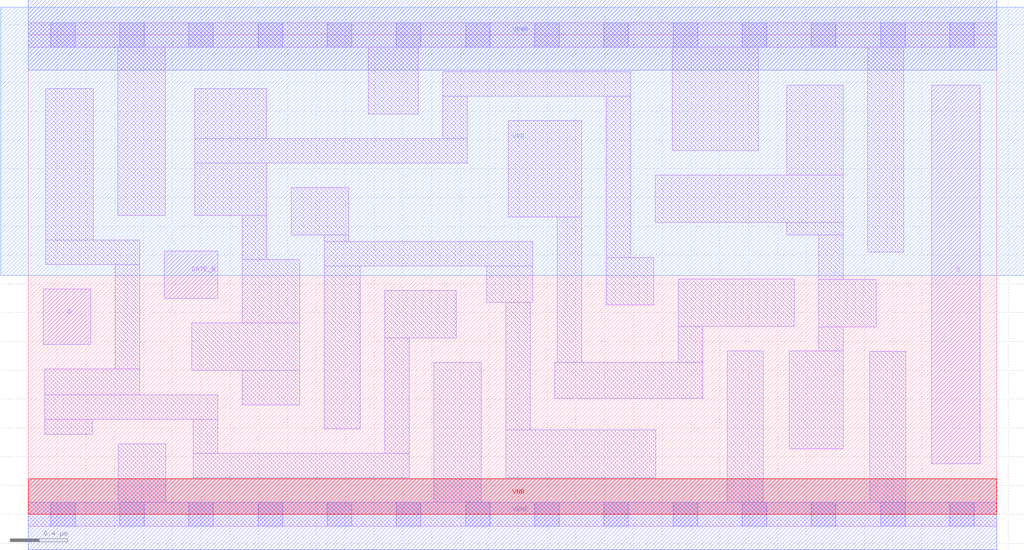
<source format=lef>
# Copyright 2020 The SkyWater PDK Authors
#
# Licensed under the Apache License, Version 2.0 (the "License");
# you may not use this file except in compliance with the License.
# You may obtain a copy of the License at
#
#     https://www.apache.org/licenses/LICENSE-2.0
#
# Unless required by applicable law or agreed to in writing, software
# distributed under the License is distributed on an "AS IS" BASIS,
# WITHOUT WARRANTIES OR CONDITIONS OF ANY KIND, either express or implied.
# See the License for the specific language governing permissions and
# limitations under the License.
#
# SPDX-License-Identifier: Apache-2.0

VERSION 5.7 ;
  NOWIREEXTENSIONATPIN ON ;
  DIVIDERCHAR "/" ;
  BUSBITCHARS "[]" ;
MACRO sky130_fd_sc_ms__dlxtn_1
  CLASS CORE ;
  FOREIGN sky130_fd_sc_ms__dlxtn_1 ;
  ORIGIN  0.000000  0.000000 ;
  SIZE  6.720000 BY  3.330000 ;
  SYMMETRY X Y ;
  SITE unit ;
  PIN D
    ANTENNAGATEAREA  0.233700 ;
    DIRECTION INPUT ;
    USE SIGNAL ;
    PORT
      LAYER li1 ;
        RECT 0.105000 1.180000 0.435000 1.565000 ;
    END
  END D
  PIN Q
    ANTENNADIFFAREA  0.528200 ;
    DIRECTION OUTPUT ;
    USE SIGNAL ;
    PORT
      LAYER li1 ;
        RECT 6.270000 0.350000 6.605000 2.980000 ;
    END
  END Q
  PIN GATE_N
    ANTENNAGATEAREA  0.262200 ;
    DIRECTION INPUT ;
    USE CLOCK ;
    PORT
      LAYER li1 ;
        RECT 0.945000 1.500000 1.315000 1.830000 ;
    END
  END GATE_N
  PIN VGND
    DIRECTION INOUT ;
    USE GROUND ;
    PORT
      LAYER met1 ;
        RECT 0.000000 -0.245000 6.720000 0.245000 ;
    END
  END VGND
  PIN VNB
    DIRECTION INOUT ;
    USE GROUND ;
    PORT
      LAYER pwell ;
        RECT 0.000000 0.000000 6.720000 0.245000 ;
    END
  END VNB
  PIN VPB
    DIRECTION INOUT ;
    USE POWER ;
    PORT
      LAYER nwell ;
        RECT -0.190000 1.660000 6.910000 3.520000 ;
    END
  END VPB
  PIN VPWR
    DIRECTION INOUT ;
    USE POWER ;
    PORT
      LAYER met1 ;
        RECT 0.000000 3.085000 6.720000 3.575000 ;
    END
  END VPWR
  OBS
    LAYER li1 ;
      RECT 0.000000 -0.085000 6.720000 0.085000 ;
      RECT 0.000000  3.245000 6.720000 3.415000 ;
      RECT 0.115000  0.555000 0.445000 0.660000 ;
      RECT 0.115000  0.660000 1.315000 0.830000 ;
      RECT 0.115000  0.830000 0.775000 1.010000 ;
      RECT 0.120000  1.735000 0.775000 1.905000 ;
      RECT 0.120000  1.905000 0.450000 2.955000 ;
      RECT 0.605000  1.010000 0.775000 1.735000 ;
      RECT 0.620000  2.075000 0.950000 3.245000 ;
      RECT 0.625000  0.085000 0.955000 0.490000 ;
      RECT 1.135000  1.000000 1.885000 1.330000 ;
      RECT 1.145000  0.255000 2.645000 0.425000 ;
      RECT 1.145000  0.425000 1.315000 0.660000 ;
      RECT 1.155000  2.075000 1.655000 2.440000 ;
      RECT 1.155000  2.440000 3.045000 2.610000 ;
      RECT 1.155000  2.610000 1.655000 2.955000 ;
      RECT 1.485000  0.760000 1.885000 1.000000 ;
      RECT 1.485000  1.330000 1.885000 1.770000 ;
      RECT 1.485000  1.770000 1.655000 2.075000 ;
      RECT 1.825000  1.940000 2.225000 2.270000 ;
      RECT 2.055000  0.595000 2.305000 1.725000 ;
      RECT 2.055000  1.725000 3.500000 1.895000 ;
      RECT 2.055000  1.895000 2.225000 1.940000 ;
      RECT 2.360000  2.780000 2.705000 3.245000 ;
      RECT 2.475000  0.425000 2.645000 1.225000 ;
      RECT 2.475000  1.225000 2.970000 1.555000 ;
      RECT 2.815000  0.085000 3.145000 1.055000 ;
      RECT 2.875000  2.610000 3.045000 2.905000 ;
      RECT 2.875000  2.905000 4.180000 3.075000 ;
      RECT 3.180000  1.470000 3.500000 1.725000 ;
      RECT 3.315000  0.255000 4.355000 0.585000 ;
      RECT 3.315000  0.585000 3.485000 1.470000 ;
      RECT 3.330000  2.065000 3.840000 2.735000 ;
      RECT 3.655000  0.805000 4.680000 1.055000 ;
      RECT 3.670000  1.055000 3.840000 2.065000 ;
      RECT 4.010000  1.455000 4.340000 1.785000 ;
      RECT 4.010000  1.785000 4.180000 2.905000 ;
      RECT 4.350000  2.025000 5.655000 2.355000 ;
      RECT 4.470000  2.525000 5.065000 3.245000 ;
      RECT 4.510000  1.055000 4.680000 1.305000 ;
      RECT 4.510000  1.305000 5.315000 1.635000 ;
      RECT 4.850000  0.085000 5.100000 1.135000 ;
      RECT 5.265000  1.940000 5.655000 2.025000 ;
      RECT 5.265000  2.355000 5.655000 2.980000 ;
      RECT 5.280000  0.455000 5.655000 1.135000 ;
      RECT 5.485000  1.135000 5.655000 1.300000 ;
      RECT 5.485000  1.300000 5.885000 1.630000 ;
      RECT 5.485000  1.630000 5.655000 1.940000 ;
      RECT 5.825000  1.820000 6.075000 3.245000 ;
      RECT 5.840000  0.085000 6.090000 1.130000 ;
    LAYER mcon ;
      RECT 0.155000 -0.085000 0.325000 0.085000 ;
      RECT 0.155000  3.245000 0.325000 3.415000 ;
      RECT 0.635000 -0.085000 0.805000 0.085000 ;
      RECT 0.635000  3.245000 0.805000 3.415000 ;
      RECT 1.115000 -0.085000 1.285000 0.085000 ;
      RECT 1.115000  3.245000 1.285000 3.415000 ;
      RECT 1.595000 -0.085000 1.765000 0.085000 ;
      RECT 1.595000  3.245000 1.765000 3.415000 ;
      RECT 2.075000 -0.085000 2.245000 0.085000 ;
      RECT 2.075000  3.245000 2.245000 3.415000 ;
      RECT 2.555000 -0.085000 2.725000 0.085000 ;
      RECT 2.555000  3.245000 2.725000 3.415000 ;
      RECT 3.035000 -0.085000 3.205000 0.085000 ;
      RECT 3.035000  3.245000 3.205000 3.415000 ;
      RECT 3.515000 -0.085000 3.685000 0.085000 ;
      RECT 3.515000  3.245000 3.685000 3.415000 ;
      RECT 3.995000 -0.085000 4.165000 0.085000 ;
      RECT 3.995000  3.245000 4.165000 3.415000 ;
      RECT 4.475000 -0.085000 4.645000 0.085000 ;
      RECT 4.475000  3.245000 4.645000 3.415000 ;
      RECT 4.955000 -0.085000 5.125000 0.085000 ;
      RECT 4.955000  3.245000 5.125000 3.415000 ;
      RECT 5.435000 -0.085000 5.605000 0.085000 ;
      RECT 5.435000  3.245000 5.605000 3.415000 ;
      RECT 5.915000 -0.085000 6.085000 0.085000 ;
      RECT 5.915000  3.245000 6.085000 3.415000 ;
      RECT 6.395000 -0.085000 6.565000 0.085000 ;
      RECT 6.395000  3.245000 6.565000 3.415000 ;
  END
END sky130_fd_sc_ms__dlxtn_1
END LIBRARY

</source>
